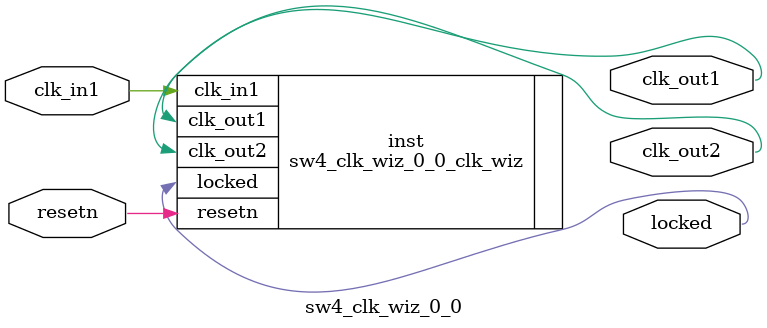
<source format=v>


`timescale 1ps/1ps

(* CORE_GENERATION_INFO = "sw4_clk_wiz_0_0,clk_wiz_v6_0_11_0_0,{component_name=sw4_clk_wiz_0_0,use_phase_alignment=true,use_min_o_jitter=false,use_max_i_jitter=false,use_dyn_phase_shift=false,use_inclk_switchover=false,use_dyn_reconfig=false,enable_axi=0,feedback_source=FDBK_AUTO,PRIMITIVE=MMCM,num_out_clk=2,clkin1_period=10.000,clkin2_period=10.000,use_power_down=false,use_reset=true,use_locked=true,use_inclk_stopped=false,feedback_type=SINGLE,CLOCK_MGR_TYPE=NA,manual_override=false}" *)

module sw4_clk_wiz_0_0 
 (
  // Clock out ports
  output        clk_out1,
  output        clk_out2,
  // Status and control signals
  input         resetn,
  output        locked,
 // Clock in ports
  input         clk_in1
 );

  sw4_clk_wiz_0_0_clk_wiz inst
  (
  // Clock out ports  
  .clk_out1(clk_out1),
  .clk_out2(clk_out2),
  // Status and control signals               
  .resetn(resetn), 
  .locked(locked),
 // Clock in ports
  .clk_in1(clk_in1)
  );

endmodule

</source>
